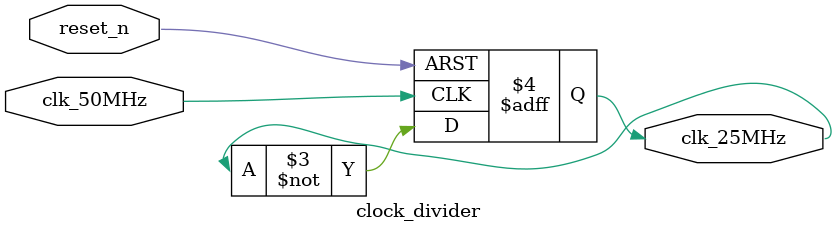
<source format=v>
module clock_divider(
    input clk_50MHz,
    input reset_n,
    output reg clk_25MHz
);
    
    always @(posedge clk_50MHz or negedge reset_n)
    begin
        if(!reset_n)
            clk_25MHz <= 1'b0;
        else
            clk_25MHz <= ~clk_25MHz;
    end
    
endmodule
</source>
